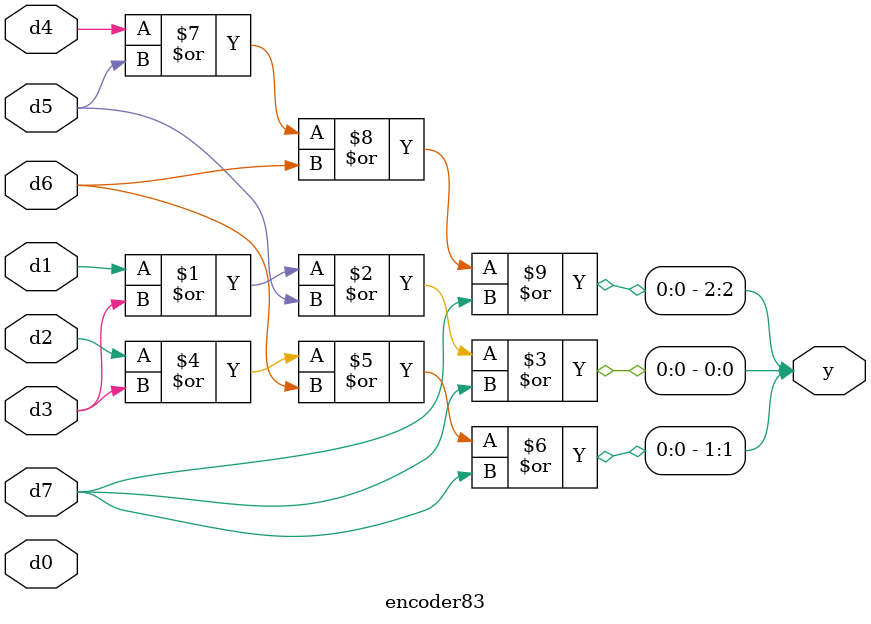
<source format=v>
module encoder83(
    input d0,d1,d2,d3,d4,d5,d6,d7,
    output [2:0] y
);

    assign y[0] = d1 | d3 | d5 | d7;
    assign y[1] = d2 | d3 | d6 | d7;
    assign y[2] = d4 | d5 | d6 | d7;

endmodule
</source>
